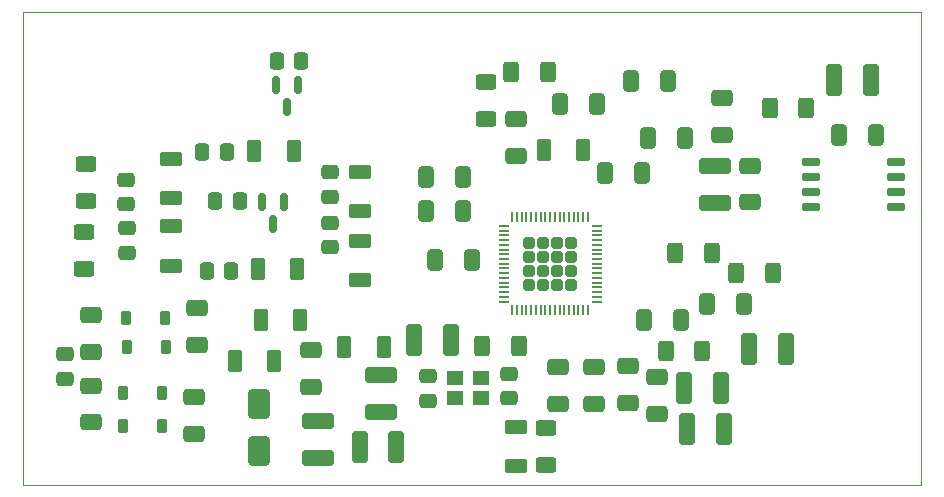
<source format=gbr>
%TF.GenerationSoftware,KiCad,Pcbnew,7.0.2*%
%TF.CreationDate,2023-06-20T23:12:55+02:00*%
%TF.ProjectId,qca7000,71636137-3030-4302-9e6b-696361645f70,rev?*%
%TF.SameCoordinates,Original*%
%TF.FileFunction,Paste,Top*%
%TF.FilePolarity,Positive*%
%FSLAX46Y46*%
G04 Gerber Fmt 4.6, Leading zero omitted, Abs format (unit mm)*
G04 Created by KiCad (PCBNEW 7.0.2) date 2023-06-20 23:12:55*
%MOMM*%
%LPD*%
G01*
G04 APERTURE LIST*
G04 Aperture macros list*
%AMRoundRect*
0 Rectangle with rounded corners*
0 $1 Rounding radius*
0 $2 $3 $4 $5 $6 $7 $8 $9 X,Y pos of 4 corners*
0 Add a 4 corners polygon primitive as box body*
4,1,4,$2,$3,$4,$5,$6,$7,$8,$9,$2,$3,0*
0 Add four circle primitives for the rounded corners*
1,1,$1+$1,$2,$3*
1,1,$1+$1,$4,$5*
1,1,$1+$1,$6,$7*
1,1,$1+$1,$8,$9*
0 Add four rect primitives between the rounded corners*
20,1,$1+$1,$2,$3,$4,$5,0*
20,1,$1+$1,$4,$5,$6,$7,0*
20,1,$1+$1,$6,$7,$8,$9,0*
20,1,$1+$1,$8,$9,$2,$3,0*%
G04 Aperture macros list end*
%ADD10RoundRect,0.150000X-0.150000X0.587500X-0.150000X-0.587500X0.150000X-0.587500X0.150000X0.587500X0*%
%ADD11RoundRect,0.250000X-0.400000X-0.625000X0.400000X-0.625000X0.400000X0.625000X-0.400000X0.625000X0*%
%ADD12RoundRect,0.250000X-0.412500X-0.650000X0.412500X-0.650000X0.412500X0.650000X-0.412500X0.650000X0*%
%ADD13RoundRect,0.250000X0.412500X0.650000X-0.412500X0.650000X-0.412500X-0.650000X0.412500X-0.650000X0*%
%ADD14RoundRect,0.250000X0.625000X-0.400000X0.625000X0.400000X-0.625000X0.400000X-0.625000X-0.400000X0*%
%ADD15RoundRect,0.250000X-0.475000X0.337500X-0.475000X-0.337500X0.475000X-0.337500X0.475000X0.337500X0*%
%ADD16RoundRect,0.250000X-0.337500X-0.475000X0.337500X-0.475000X0.337500X0.475000X-0.337500X0.475000X0*%
%ADD17RoundRect,0.250000X0.650000X-0.412500X0.650000X0.412500X-0.650000X0.412500X-0.650000X-0.412500X0*%
%ADD18RoundRect,0.250000X0.412500X1.100000X-0.412500X1.100000X-0.412500X-1.100000X0.412500X-1.100000X0*%
%ADD19RoundRect,0.250000X-0.650000X0.412500X-0.650000X-0.412500X0.650000X-0.412500X0.650000X0.412500X0*%
%ADD20RoundRect,0.250000X-0.625000X0.400000X-0.625000X-0.400000X0.625000X-0.400000X0.625000X0.400000X0*%
%ADD21RoundRect,0.250000X-0.362500X-0.700000X0.362500X-0.700000X0.362500X0.700000X-0.362500X0.700000X0*%
%ADD22RoundRect,0.225000X0.225000X0.375000X-0.225000X0.375000X-0.225000X-0.375000X0.225000X-0.375000X0*%
%ADD23RoundRect,0.250000X0.700000X-0.362500X0.700000X0.362500X-0.700000X0.362500X-0.700000X-0.362500X0*%
%ADD24RoundRect,0.250000X1.100000X-0.412500X1.100000X0.412500X-1.100000X0.412500X-1.100000X-0.412500X0*%
%ADD25RoundRect,0.250000X-0.412500X-1.100000X0.412500X-1.100000X0.412500X1.100000X-0.412500X1.100000X0*%
%ADD26RoundRect,0.250000X0.337500X0.475000X-0.337500X0.475000X-0.337500X-0.475000X0.337500X-0.475000X0*%
%ADD27RoundRect,0.250000X-0.700000X0.362500X-0.700000X-0.362500X0.700000X-0.362500X0.700000X0.362500X0*%
%ADD28RoundRect,0.250000X-0.650000X1.000000X-0.650000X-1.000000X0.650000X-1.000000X0.650000X1.000000X0*%
%ADD29RoundRect,0.250000X0.362500X0.700000X-0.362500X0.700000X-0.362500X-0.700000X0.362500X-0.700000X0*%
%ADD30RoundRect,0.250000X-1.100000X0.412500X-1.100000X-0.412500X1.100000X-0.412500X1.100000X0.412500X0*%
%ADD31RoundRect,0.250000X-0.253488X0.253488X-0.253488X-0.253488X0.253488X-0.253488X0.253488X0.253488X0*%
%ADD32RoundRect,0.050000X-0.050000X0.362500X-0.050000X-0.362500X0.050000X-0.362500X0.050000X0.362500X0*%
%ADD33RoundRect,0.050000X-0.362500X0.050000X-0.362500X-0.050000X0.362500X-0.050000X0.362500X0.050000X0*%
%ADD34RoundRect,0.250000X0.475000X-0.337500X0.475000X0.337500X-0.475000X0.337500X-0.475000X-0.337500X0*%
%ADD35R,1.400000X1.200000*%
%ADD36RoundRect,0.150000X-0.650000X-0.150000X0.650000X-0.150000X0.650000X0.150000X-0.650000X0.150000X0*%
%ADD37RoundRect,0.225000X-0.225000X-0.375000X0.225000X-0.375000X0.225000X0.375000X-0.225000X0.375000X0*%
%TA.AperFunction,Profile*%
%ADD38C,0.100000*%
%TD*%
G04 APERTURE END LIST*
D10*
%TO.C,D7*%
X114298750Y-46662500D03*
X112398750Y-46662500D03*
X113348750Y-48537500D03*
%TD*%
D11*
%TO.C,R6*%
X129850000Y-68800000D03*
X132950000Y-68800000D03*
%TD*%
D12*
%TO.C,C30*%
X125087500Y-54450000D03*
X128212500Y-54450000D03*
%TD*%
D13*
%TO.C,C47*%
X129012500Y-61500000D03*
X125887500Y-61500000D03*
%TD*%
D14*
%TO.C,R2*%
X96148750Y-62250000D03*
X96148750Y-59150000D03*
%TD*%
D15*
%TO.C,C49*%
X125300000Y-71312500D03*
X125300000Y-73387500D03*
%TD*%
D16*
%TO.C,C15*%
X107261250Y-56500000D03*
X109336250Y-56500000D03*
%TD*%
D17*
%TO.C,C29*%
X142250000Y-73612500D03*
X142250000Y-70487500D03*
%TD*%
D18*
%TO.C,C35*%
X122612500Y-77360000D03*
X119487500Y-77360000D03*
%TD*%
D19*
%TO.C,C9*%
X105700000Y-65537500D03*
X105700000Y-68662500D03*
%TD*%
D18*
%TO.C,C52*%
X155602500Y-69050000D03*
X152477500Y-69050000D03*
%TD*%
D20*
%TO.C,R8*%
X130200000Y-46450000D03*
X130200000Y-49550000D03*
%TD*%
D21*
%TO.C,L3*%
X110586250Y-52300000D03*
X113911250Y-52300000D03*
%TD*%
D22*
%TO.C,D3*%
X103087500Y-68820000D03*
X99787500Y-68820000D03*
%TD*%
D10*
%TO.C,D6*%
X113098750Y-56575000D03*
X111198750Y-56575000D03*
X112148750Y-58450000D03*
%TD*%
D11*
%TO.C,R16*%
X151400000Y-62550000D03*
X154500000Y-62550000D03*
%TD*%
D22*
%TO.C,D4*%
X102727500Y-72710000D03*
X99427500Y-72710000D03*
%TD*%
D17*
%TO.C,C19*%
X144660000Y-74492500D03*
X144660000Y-71367500D03*
%TD*%
D23*
%TO.C,L9*%
X119500000Y-63162500D03*
X119500000Y-59837500D03*
%TD*%
D24*
%TO.C,C41*%
X115940000Y-78282500D03*
X115940000Y-75157500D03*
%TD*%
D13*
%TO.C,C23*%
X146712500Y-66600000D03*
X143587500Y-66600000D03*
%TD*%
D25*
%TO.C,C42*%
X159687500Y-46250000D03*
X162812500Y-46250000D03*
%TD*%
D17*
%TO.C,C17*%
X115340000Y-72272500D03*
X115340000Y-69147500D03*
%TD*%
D15*
%TO.C,C3*%
X99698750Y-54712500D03*
X99698750Y-56787500D03*
%TD*%
D12*
%TO.C,C34*%
X125137500Y-57300000D03*
X128262500Y-57300000D03*
%TD*%
D13*
%TO.C,C44*%
X163212500Y-50900000D03*
X160087500Y-50900000D03*
%TD*%
D11*
%TO.C,R5*%
X145400000Y-69150000D03*
X148500000Y-69150000D03*
%TD*%
D26*
%TO.C,C24*%
X114536250Y-44600000D03*
X112461250Y-44600000D03*
%TD*%
D21*
%TO.C,L7*%
X108947500Y-70020000D03*
X112272500Y-70020000D03*
%TD*%
D17*
%TO.C,C38*%
X152550000Y-56612500D03*
X152550000Y-53487500D03*
%TD*%
%TO.C,C46*%
X132700000Y-52712500D03*
X132700000Y-49587500D03*
%TD*%
D27*
%TO.C,L2*%
X103498750Y-58637500D03*
X103498750Y-61962500D03*
%TD*%
D12*
%TO.C,C48*%
X140287500Y-54100000D03*
X143412500Y-54100000D03*
%TD*%
D26*
%TO.C,C8*%
X108636250Y-62400000D03*
X106561250Y-62400000D03*
%TD*%
D11*
%TO.C,R9*%
X154200000Y-48600000D03*
X157300000Y-48600000D03*
%TD*%
D15*
%TO.C,C4*%
X99798750Y-58812500D03*
X99798750Y-60887500D03*
%TD*%
D28*
%TO.C,D5*%
X110990000Y-73642500D03*
X110990000Y-77642500D03*
%TD*%
D25*
%TO.C,C12*%
X124087500Y-68300000D03*
X127212500Y-68300000D03*
%TD*%
D15*
%TO.C,C2*%
X94580000Y-69462500D03*
X94580000Y-71537500D03*
%TD*%
D29*
%TO.C,L6*%
X121532500Y-68890000D03*
X118207500Y-68890000D03*
%TD*%
D17*
%TO.C,C5*%
X96770000Y-75242500D03*
X96770000Y-72117500D03*
%TD*%
D19*
%TO.C,C6*%
X96710000Y-66167500D03*
X96710000Y-69292500D03*
%TD*%
D21*
%TO.C,L10*%
X135087500Y-52150000D03*
X138412500Y-52150000D03*
%TD*%
D27*
%TO.C,L5*%
X132700000Y-75587500D03*
X132700000Y-78912500D03*
%TD*%
D17*
%TO.C,C10*%
X105470000Y-76252500D03*
X105470000Y-73127500D03*
%TD*%
D11*
%TO.C,R7*%
X132350000Y-45600000D03*
X135450000Y-45600000D03*
%TD*%
D12*
%TO.C,C45*%
X136437500Y-48250000D03*
X139562500Y-48250000D03*
%TD*%
D11*
%TO.C,R19*%
X146200000Y-60900000D03*
X149300000Y-60900000D03*
%TD*%
D19*
%TO.C,C43*%
X136250000Y-70537500D03*
X136250000Y-73662500D03*
%TD*%
D21*
%TO.C,L4*%
X110886250Y-62250000D03*
X114211250Y-62250000D03*
%TD*%
D30*
%TO.C,C55*%
X121280000Y-71207500D03*
X121280000Y-74332500D03*
%TD*%
D15*
%TO.C,C13*%
X117000000Y-54062500D03*
X117000000Y-56137500D03*
%TD*%
D31*
%TO.C,D10*%
X137383000Y-60039000D03*
X136208000Y-60039000D03*
X135033000Y-60039000D03*
X133858000Y-60039000D03*
X137383000Y-61214000D03*
X136208000Y-61214000D03*
X135033000Y-61214000D03*
X133858000Y-61214000D03*
X137383000Y-62389000D03*
X136208000Y-62389000D03*
X135033000Y-62389000D03*
X133858000Y-62389000D03*
X137383000Y-63564000D03*
X136208000Y-63564000D03*
X135033000Y-63564000D03*
X133858000Y-63564000D03*
D32*
X138820500Y-57864000D03*
X138420500Y-57864000D03*
X138020500Y-57864000D03*
X137620500Y-57864000D03*
X137220500Y-57864000D03*
X136820500Y-57864000D03*
X136420500Y-57864000D03*
X136020500Y-57864000D03*
X135620500Y-57864000D03*
X135220500Y-57864000D03*
X134820500Y-57864000D03*
X134420500Y-57864000D03*
X134020500Y-57864000D03*
X133620500Y-57864000D03*
X133220500Y-57864000D03*
X132820500Y-57864000D03*
X132420500Y-57864000D03*
D33*
X131683000Y-58601500D03*
X131683000Y-59001500D03*
X131683000Y-59401500D03*
X131683000Y-59801500D03*
X131683000Y-60201500D03*
X131683000Y-60601500D03*
X131683000Y-61001500D03*
X131683000Y-61401500D03*
X131683000Y-61801500D03*
X131683000Y-62201500D03*
X131683000Y-62601500D03*
X131683000Y-63001500D03*
X131683000Y-63401500D03*
X131683000Y-63801500D03*
X131683000Y-64201500D03*
X131683000Y-64601500D03*
X131683000Y-65001500D03*
D32*
X132420500Y-65739000D03*
X132820500Y-65739000D03*
X133220500Y-65739000D03*
X133620500Y-65739000D03*
X134020500Y-65739000D03*
X134420500Y-65739000D03*
X134820500Y-65739000D03*
X135220500Y-65739000D03*
X135620500Y-65739000D03*
X136020500Y-65739000D03*
X136420500Y-65739000D03*
X136820500Y-65739000D03*
X137220500Y-65739000D03*
X137620500Y-65739000D03*
X138020500Y-65739000D03*
X138420500Y-65739000D03*
X138820500Y-65739000D03*
D33*
X139558000Y-65001500D03*
X139558000Y-64601500D03*
X139558000Y-64201500D03*
X139558000Y-63801500D03*
X139558000Y-63401500D03*
X139558000Y-63001500D03*
X139558000Y-62601500D03*
X139558000Y-62201500D03*
X139558000Y-61801500D03*
X139558000Y-61401500D03*
X139558000Y-61001500D03*
X139558000Y-60601500D03*
X139558000Y-60201500D03*
X139558000Y-59801500D03*
X139558000Y-59401500D03*
X139558000Y-59001500D03*
X139558000Y-58601500D03*
%TD*%
D34*
%TO.C,C32*%
X132150000Y-73187500D03*
X132150000Y-71112500D03*
%TD*%
D17*
%TO.C,C22*%
X139300000Y-73662500D03*
X139300000Y-70537500D03*
%TD*%
D23*
%TO.C,L8*%
X119500000Y-57352500D03*
X119500000Y-54027500D03*
%TD*%
D20*
%TO.C,R3*%
X135250000Y-75750000D03*
X135250000Y-78850000D03*
%TD*%
D12*
%TO.C,C39*%
X143877500Y-51170000D03*
X147002500Y-51170000D03*
%TD*%
D18*
%TO.C,C56*%
X150322500Y-75820000D03*
X147197500Y-75820000D03*
%TD*%
D30*
%TO.C,C36*%
X149610000Y-53497500D03*
X149610000Y-56622500D03*
%TD*%
D26*
%TO.C,C7*%
X108236250Y-52350000D03*
X106161250Y-52350000D03*
%TD*%
D17*
%TO.C,C20*%
X150210000Y-50882500D03*
X150210000Y-47757500D03*
%TD*%
D15*
%TO.C,C14*%
X117000000Y-58312500D03*
X117000000Y-60387500D03*
%TD*%
D35*
%TO.C,Y1*%
X129800000Y-71450000D03*
X127600000Y-71450000D03*
X127600000Y-73150000D03*
X129800000Y-73150000D03*
%TD*%
D27*
%TO.C,L1*%
X103498750Y-52937500D03*
X103498750Y-56262500D03*
%TD*%
D13*
%TO.C,C21*%
X152025000Y-65200000D03*
X148900000Y-65200000D03*
%TD*%
D36*
%TO.C,U1*%
X157750000Y-53210000D03*
X157750000Y-54480000D03*
X157750000Y-55750000D03*
X157750000Y-57020000D03*
X164950000Y-57020000D03*
X164950000Y-55750000D03*
X164950000Y-54480000D03*
X164950000Y-53210000D03*
%TD*%
D37*
%TO.C,D2*%
X99480000Y-75500000D03*
X102780000Y-75500000D03*
%TD*%
D20*
%TO.C,R1*%
X96298750Y-53400000D03*
X96298750Y-56500000D03*
%TD*%
D21*
%TO.C,L11*%
X111137500Y-66550000D03*
X114462500Y-66550000D03*
%TD*%
D18*
%TO.C,C53*%
X150062500Y-72360000D03*
X146937500Y-72360000D03*
%TD*%
D12*
%TO.C,C51*%
X142507500Y-46300000D03*
X145632500Y-46300000D03*
%TD*%
D37*
%TO.C,D1*%
X99750000Y-66440000D03*
X103050000Y-66440000D03*
%TD*%
D38*
X91000000Y-40500000D02*
X167000000Y-40500000D01*
X167000000Y-80500000D01*
X91000000Y-80500000D01*
X91000000Y-40500000D01*
M02*

</source>
